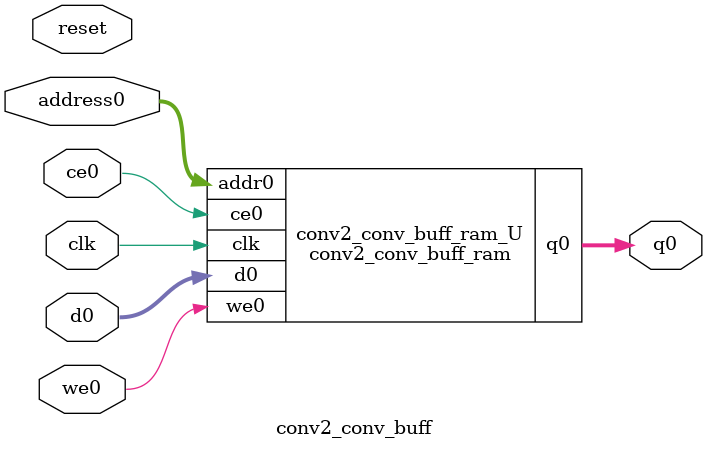
<source format=v>
`timescale 1 ns / 1 ps
module conv2_conv_buff_ram (addr0, ce0, d0, we0, q0,  clk);

parameter DWIDTH = 32;
parameter AWIDTH = 11;
parameter MEM_SIZE = 1568;

input[AWIDTH-1:0] addr0;
input ce0;
input[DWIDTH-1:0] d0;
input we0;
output reg[DWIDTH-1:0] q0;
input clk;

(* ram_style = "block" *)reg [DWIDTH-1:0] ram[0:MEM_SIZE-1];




always @(posedge clk)  
begin 
    if (ce0) 
    begin
        if (we0) 
        begin 
            ram[addr0] <= d0; 
        end 
        q0 <= ram[addr0];
    end
end


endmodule

`timescale 1 ns / 1 ps
module conv2_conv_buff(
    reset,
    clk,
    address0,
    ce0,
    we0,
    d0,
    q0);

parameter DataWidth = 32'd32;
parameter AddressRange = 32'd1568;
parameter AddressWidth = 32'd11;
input reset;
input clk;
input[AddressWidth - 1:0] address0;
input ce0;
input we0;
input[DataWidth - 1:0] d0;
output[DataWidth - 1:0] q0;



conv2_conv_buff_ram conv2_conv_buff_ram_U(
    .clk( clk ),
    .addr0( address0 ),
    .ce0( ce0 ),
    .we0( we0 ),
    .d0( d0 ),
    .q0( q0 ));

endmodule


</source>
